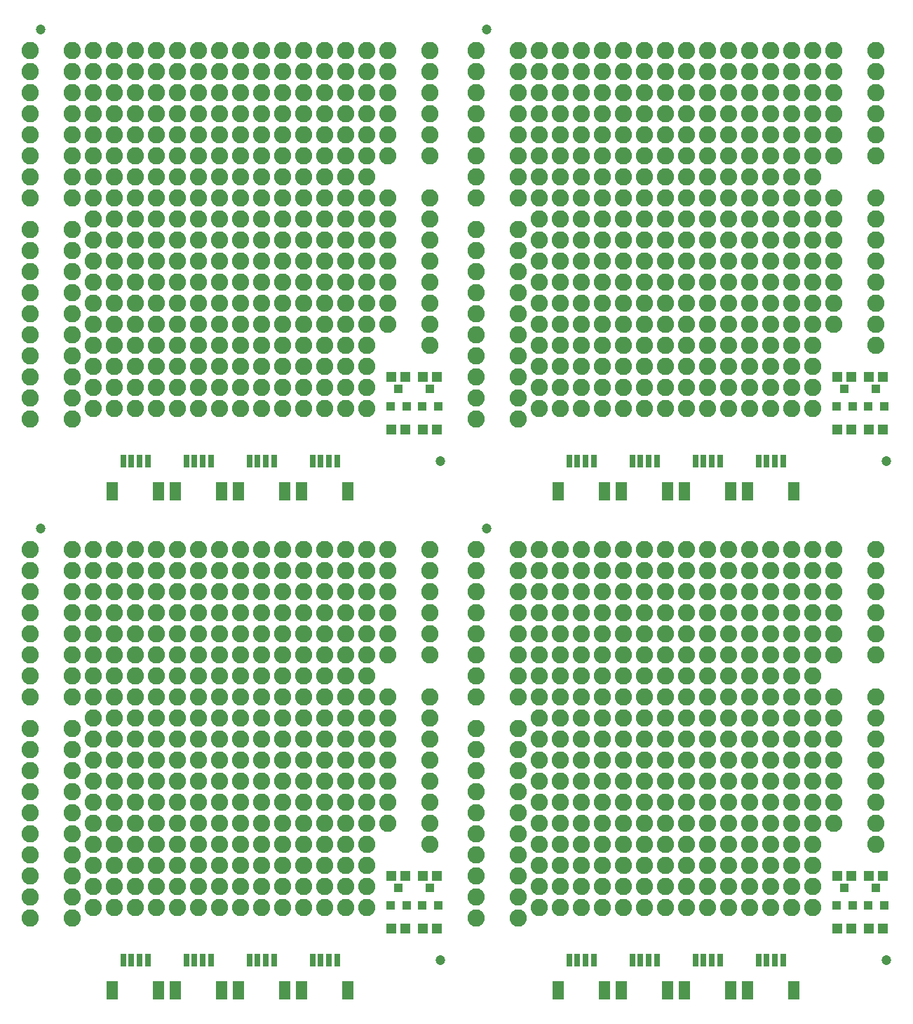
<source format=gts>
G75*
%MOIN*%
%OFA0B0*%
%FSLAX25Y25*%
%IPPOS*%
%LPD*%
%AMOC8*
5,1,8,0,0,1.08239X$1,22.5*
%
%ADD10C,0.08200*%
%ADD11R,0.03950X0.04343*%
%ADD12R,0.05131X0.04737*%
%ADD13C,0.04737*%
%ADD14R,0.05524X0.08674*%
%ADD15R,0.03162X0.06115*%
D10*
X0015000Y0102524D03*
X0015000Y0112524D03*
X0015000Y0122524D03*
X0015000Y0132524D03*
X0015000Y0142524D03*
X0015000Y0152524D03*
X0015000Y0162524D03*
X0015000Y0172524D03*
X0015000Y0182524D03*
X0015000Y0192524D03*
X0015000Y0207524D03*
X0015000Y0217524D03*
X0015000Y0227524D03*
X0015000Y0237524D03*
X0015000Y0247524D03*
X0015000Y0257524D03*
X0015000Y0267524D03*
X0015000Y0277524D03*
X0035000Y0277524D03*
X0035000Y0267524D03*
X0035000Y0257524D03*
X0035000Y0247524D03*
X0035000Y0237524D03*
X0035000Y0227524D03*
X0035000Y0217524D03*
X0035000Y0207524D03*
X0045000Y0207524D03*
X0045000Y0217524D03*
X0045000Y0227524D03*
X0045000Y0237524D03*
X0045000Y0247524D03*
X0045000Y0257524D03*
X0045000Y0267524D03*
X0045000Y0277524D03*
X0055000Y0277524D03*
X0065000Y0277524D03*
X0075000Y0277524D03*
X0075000Y0267524D03*
X0075000Y0257524D03*
X0065000Y0257524D03*
X0065000Y0267524D03*
X0055000Y0267524D03*
X0055000Y0257524D03*
X0055000Y0247524D03*
X0065000Y0247524D03*
X0075000Y0247524D03*
X0075000Y0237524D03*
X0065000Y0237524D03*
X0055000Y0237524D03*
X0055000Y0227524D03*
X0065000Y0227524D03*
X0075000Y0227524D03*
X0075000Y0217524D03*
X0065000Y0217524D03*
X0055000Y0217524D03*
X0055000Y0207524D03*
X0065000Y0207524D03*
X0075000Y0207524D03*
X0075000Y0197524D03*
X0065000Y0197524D03*
X0055000Y0197524D03*
X0045000Y0197524D03*
X0045000Y0187524D03*
X0045000Y0177524D03*
X0055000Y0177524D03*
X0055000Y0187524D03*
X0065000Y0187524D03*
X0065000Y0177524D03*
X0075000Y0177524D03*
X0075000Y0187524D03*
X0085000Y0187524D03*
X0085000Y0177524D03*
X0095000Y0177524D03*
X0095000Y0187524D03*
X0095000Y0197524D03*
X0095000Y0207524D03*
X0095000Y0217524D03*
X0095000Y0227524D03*
X0095000Y0237524D03*
X0095000Y0247524D03*
X0095000Y0257524D03*
X0095000Y0267524D03*
X0095000Y0277524D03*
X0085000Y0277524D03*
X0085000Y0267524D03*
X0085000Y0257524D03*
X0085000Y0247524D03*
X0085000Y0237524D03*
X0085000Y0227524D03*
X0085000Y0217524D03*
X0085000Y0207524D03*
X0085000Y0197524D03*
X0105000Y0197524D03*
X0105000Y0207524D03*
X0105000Y0217524D03*
X0105000Y0227524D03*
X0105000Y0237524D03*
X0105000Y0247524D03*
X0105000Y0257524D03*
X0105000Y0267524D03*
X0105000Y0277524D03*
X0115000Y0277524D03*
X0125000Y0277524D03*
X0135000Y0277524D03*
X0145000Y0277524D03*
X0145000Y0267524D03*
X0145000Y0257524D03*
X0135000Y0257524D03*
X0135000Y0267524D03*
X0125000Y0267524D03*
X0125000Y0257524D03*
X0115000Y0257524D03*
X0115000Y0267524D03*
X0115000Y0247524D03*
X0125000Y0247524D03*
X0135000Y0247524D03*
X0145000Y0247524D03*
X0145000Y0237524D03*
X0135000Y0237524D03*
X0125000Y0237524D03*
X0115000Y0237524D03*
X0115000Y0227524D03*
X0125000Y0227524D03*
X0135000Y0227524D03*
X0145000Y0227524D03*
X0145000Y0217524D03*
X0135000Y0217524D03*
X0125000Y0217524D03*
X0115000Y0217524D03*
X0115000Y0207524D03*
X0125000Y0207524D03*
X0135000Y0207524D03*
X0145000Y0207524D03*
X0145000Y0197524D03*
X0135000Y0197524D03*
X0125000Y0197524D03*
X0115000Y0197524D03*
X0115000Y0187524D03*
X0115000Y0177524D03*
X0125000Y0177524D03*
X0125000Y0187524D03*
X0135000Y0187524D03*
X0135000Y0177524D03*
X0145000Y0177524D03*
X0145000Y0187524D03*
X0155000Y0187524D03*
X0155000Y0177524D03*
X0165000Y0177524D03*
X0165000Y0187524D03*
X0165000Y0197524D03*
X0165000Y0207524D03*
X0165000Y0217524D03*
X0165000Y0227524D03*
X0165000Y0237524D03*
X0165000Y0247524D03*
X0165000Y0257524D03*
X0165000Y0267524D03*
X0165000Y0277524D03*
X0155000Y0277524D03*
X0155000Y0267524D03*
X0155000Y0257524D03*
X0155000Y0247524D03*
X0155000Y0237524D03*
X0155000Y0227524D03*
X0155000Y0217524D03*
X0155000Y0207524D03*
X0155000Y0197524D03*
X0175000Y0197524D03*
X0175000Y0207524D03*
X0175000Y0217524D03*
X0175000Y0227524D03*
X0175000Y0237524D03*
X0175000Y0247524D03*
X0175000Y0257524D03*
X0175000Y0267524D03*
X0175000Y0277524D03*
X0185000Y0277524D03*
X0185000Y0267524D03*
X0185000Y0257524D03*
X0185000Y0247524D03*
X0185000Y0237524D03*
X0185000Y0227524D03*
X0185000Y0207524D03*
X0185000Y0197524D03*
X0185000Y0187524D03*
X0185000Y0177524D03*
X0175000Y0177524D03*
X0175000Y0187524D03*
X0175000Y0167524D03*
X0165000Y0167524D03*
X0155000Y0167524D03*
X0155000Y0157524D03*
X0165000Y0157524D03*
X0175000Y0157524D03*
X0185000Y0157524D03*
X0185000Y0167524D03*
X0185000Y0147524D03*
X0175000Y0147524D03*
X0165000Y0147524D03*
X0155000Y0147524D03*
X0155000Y0137524D03*
X0165000Y0137524D03*
X0175000Y0137524D03*
X0175000Y0127524D03*
X0165000Y0127524D03*
X0155000Y0127524D03*
X0155000Y0117524D03*
X0155000Y0107524D03*
X0165000Y0107524D03*
X0165000Y0117524D03*
X0175000Y0117524D03*
X0175000Y0107524D03*
X0145000Y0107524D03*
X0145000Y0117524D03*
X0145000Y0127524D03*
X0145000Y0137524D03*
X0145000Y0147524D03*
X0145000Y0157524D03*
X0145000Y0167524D03*
X0135000Y0167524D03*
X0125000Y0167524D03*
X0115000Y0167524D03*
X0115000Y0157524D03*
X0125000Y0157524D03*
X0135000Y0157524D03*
X0135000Y0147524D03*
X0125000Y0147524D03*
X0115000Y0147524D03*
X0115000Y0137524D03*
X0125000Y0137524D03*
X0135000Y0137524D03*
X0135000Y0127524D03*
X0125000Y0127524D03*
X0115000Y0127524D03*
X0115000Y0117524D03*
X0115000Y0107524D03*
X0125000Y0107524D03*
X0125000Y0117524D03*
X0135000Y0117524D03*
X0135000Y0107524D03*
X0105000Y0107524D03*
X0105000Y0117524D03*
X0105000Y0127524D03*
X0105000Y0137524D03*
X0105000Y0147524D03*
X0105000Y0157524D03*
X0105000Y0167524D03*
X0105000Y0177524D03*
X0105000Y0187524D03*
X0095000Y0167524D03*
X0085000Y0167524D03*
X0085000Y0157524D03*
X0095000Y0157524D03*
X0095000Y0147524D03*
X0085000Y0147524D03*
X0085000Y0137524D03*
X0095000Y0137524D03*
X0095000Y0127524D03*
X0085000Y0127524D03*
X0085000Y0117524D03*
X0085000Y0107524D03*
X0095000Y0107524D03*
X0095000Y0117524D03*
X0075000Y0117524D03*
X0075000Y0107524D03*
X0065000Y0107524D03*
X0065000Y0117524D03*
X0065000Y0127524D03*
X0065000Y0137524D03*
X0065000Y0147524D03*
X0065000Y0157524D03*
X0065000Y0167524D03*
X0055000Y0167524D03*
X0045000Y0167524D03*
X0045000Y0157524D03*
X0055000Y0157524D03*
X0055000Y0147524D03*
X0045000Y0147524D03*
X0045000Y0137524D03*
X0055000Y0137524D03*
X0055000Y0127524D03*
X0045000Y0127524D03*
X0045000Y0117524D03*
X0045000Y0107524D03*
X0055000Y0107524D03*
X0055000Y0117524D03*
X0075000Y0127524D03*
X0075000Y0137524D03*
X0075000Y0147524D03*
X0075000Y0157524D03*
X0075000Y0167524D03*
X0035000Y0172524D03*
X0035000Y0182524D03*
X0035000Y0192524D03*
X0035000Y0162524D03*
X0035000Y0152524D03*
X0035000Y0142524D03*
X0035000Y0132524D03*
X0035000Y0122524D03*
X0035000Y0112524D03*
X0035000Y0102524D03*
X0205000Y0137524D03*
X0205000Y0147524D03*
X0205000Y0157524D03*
X0205000Y0167524D03*
X0205000Y0177524D03*
X0205000Y0187524D03*
X0205000Y0197524D03*
X0205000Y0207524D03*
X0205000Y0227524D03*
X0205000Y0237524D03*
X0205000Y0247524D03*
X0205000Y0257524D03*
X0205000Y0267524D03*
X0205000Y0277524D03*
X0227000Y0277524D03*
X0227000Y0267524D03*
X0227000Y0257524D03*
X0227000Y0247524D03*
X0227000Y0237524D03*
X0227000Y0227524D03*
X0227000Y0217524D03*
X0227000Y0207524D03*
X0227000Y0192524D03*
X0227000Y0182524D03*
X0227000Y0172524D03*
X0227000Y0162524D03*
X0227000Y0152524D03*
X0227000Y0142524D03*
X0227000Y0132524D03*
X0227000Y0122524D03*
X0227000Y0112524D03*
X0227000Y0102524D03*
X0247000Y0102524D03*
X0247000Y0112524D03*
X0247000Y0122524D03*
X0247000Y0132524D03*
X0247000Y0142524D03*
X0247000Y0152524D03*
X0247000Y0162524D03*
X0247000Y0172524D03*
X0247000Y0182524D03*
X0247000Y0192524D03*
X0257000Y0197524D03*
X0257000Y0207524D03*
X0257000Y0217524D03*
X0257000Y0227524D03*
X0257000Y0237524D03*
X0257000Y0247524D03*
X0257000Y0257524D03*
X0257000Y0267524D03*
X0257000Y0277524D03*
X0267000Y0277524D03*
X0277000Y0277524D03*
X0287000Y0277524D03*
X0287000Y0267524D03*
X0287000Y0257524D03*
X0277000Y0257524D03*
X0277000Y0267524D03*
X0267000Y0267524D03*
X0267000Y0257524D03*
X0267000Y0247524D03*
X0277000Y0247524D03*
X0287000Y0247524D03*
X0287000Y0237524D03*
X0277000Y0237524D03*
X0267000Y0237524D03*
X0267000Y0227524D03*
X0277000Y0227524D03*
X0287000Y0227524D03*
X0287000Y0217524D03*
X0277000Y0217524D03*
X0267000Y0217524D03*
X0267000Y0207524D03*
X0277000Y0207524D03*
X0287000Y0207524D03*
X0287000Y0197524D03*
X0277000Y0197524D03*
X0267000Y0197524D03*
X0267000Y0187524D03*
X0267000Y0177524D03*
X0257000Y0177524D03*
X0257000Y0187524D03*
X0257000Y0167524D03*
X0267000Y0167524D03*
X0277000Y0167524D03*
X0277000Y0177524D03*
X0277000Y0187524D03*
X0287000Y0187524D03*
X0287000Y0177524D03*
X0287000Y0167524D03*
X0287000Y0157524D03*
X0277000Y0157524D03*
X0267000Y0157524D03*
X0257000Y0157524D03*
X0257000Y0147524D03*
X0267000Y0147524D03*
X0277000Y0147524D03*
X0287000Y0147524D03*
X0287000Y0137524D03*
X0277000Y0137524D03*
X0267000Y0137524D03*
X0257000Y0137524D03*
X0257000Y0127524D03*
X0267000Y0127524D03*
X0277000Y0127524D03*
X0287000Y0127524D03*
X0287000Y0117524D03*
X0287000Y0107524D03*
X0277000Y0107524D03*
X0277000Y0117524D03*
X0267000Y0117524D03*
X0267000Y0107524D03*
X0257000Y0107524D03*
X0257000Y0117524D03*
X0297000Y0117524D03*
X0297000Y0107524D03*
X0307000Y0107524D03*
X0307000Y0117524D03*
X0307000Y0127524D03*
X0307000Y0137524D03*
X0307000Y0147524D03*
X0307000Y0157524D03*
X0307000Y0167524D03*
X0307000Y0177524D03*
X0307000Y0187524D03*
X0307000Y0197524D03*
X0307000Y0207524D03*
X0307000Y0217524D03*
X0307000Y0227524D03*
X0307000Y0237524D03*
X0307000Y0247524D03*
X0307000Y0257524D03*
X0307000Y0267524D03*
X0307000Y0277524D03*
X0297000Y0277524D03*
X0297000Y0267524D03*
X0297000Y0257524D03*
X0297000Y0247524D03*
X0297000Y0237524D03*
X0297000Y0227524D03*
X0297000Y0217524D03*
X0297000Y0207524D03*
X0297000Y0197524D03*
X0297000Y0187524D03*
X0297000Y0177524D03*
X0297000Y0167524D03*
X0297000Y0157524D03*
X0297000Y0147524D03*
X0297000Y0137524D03*
X0297000Y0127524D03*
X0317000Y0127524D03*
X0317000Y0137524D03*
X0317000Y0147524D03*
X0317000Y0157524D03*
X0317000Y0167524D03*
X0317000Y0177524D03*
X0317000Y0187524D03*
X0317000Y0197524D03*
X0317000Y0207524D03*
X0317000Y0217524D03*
X0317000Y0227524D03*
X0317000Y0237524D03*
X0317000Y0247524D03*
X0317000Y0257524D03*
X0317000Y0267524D03*
X0317000Y0277524D03*
X0327000Y0277524D03*
X0337000Y0277524D03*
X0347000Y0277524D03*
X0357000Y0277524D03*
X0357000Y0267524D03*
X0357000Y0257524D03*
X0347000Y0257524D03*
X0347000Y0267524D03*
X0337000Y0267524D03*
X0337000Y0257524D03*
X0327000Y0257524D03*
X0327000Y0267524D03*
X0327000Y0247524D03*
X0337000Y0247524D03*
X0347000Y0247524D03*
X0357000Y0247524D03*
X0357000Y0237524D03*
X0347000Y0237524D03*
X0337000Y0237524D03*
X0327000Y0237524D03*
X0327000Y0227524D03*
X0337000Y0227524D03*
X0347000Y0227524D03*
X0357000Y0227524D03*
X0357000Y0217524D03*
X0347000Y0217524D03*
X0337000Y0217524D03*
X0327000Y0217524D03*
X0327000Y0207524D03*
X0337000Y0207524D03*
X0347000Y0207524D03*
X0357000Y0207524D03*
X0357000Y0197524D03*
X0347000Y0197524D03*
X0337000Y0197524D03*
X0327000Y0197524D03*
X0327000Y0187524D03*
X0327000Y0177524D03*
X0337000Y0177524D03*
X0337000Y0187524D03*
X0347000Y0187524D03*
X0347000Y0177524D03*
X0357000Y0177524D03*
X0357000Y0187524D03*
X0367000Y0187524D03*
X0367000Y0177524D03*
X0377000Y0177524D03*
X0377000Y0187524D03*
X0377000Y0197524D03*
X0377000Y0207524D03*
X0377000Y0217524D03*
X0377000Y0227524D03*
X0377000Y0237524D03*
X0377000Y0247524D03*
X0377000Y0257524D03*
X0377000Y0267524D03*
X0377000Y0277524D03*
X0367000Y0277524D03*
X0367000Y0267524D03*
X0367000Y0257524D03*
X0367000Y0247524D03*
X0367000Y0237524D03*
X0367000Y0227524D03*
X0367000Y0217524D03*
X0367000Y0207524D03*
X0367000Y0197524D03*
X0387000Y0197524D03*
X0387000Y0207524D03*
X0387000Y0217524D03*
X0387000Y0227524D03*
X0387000Y0237524D03*
X0387000Y0247524D03*
X0387000Y0257524D03*
X0387000Y0267524D03*
X0387000Y0277524D03*
X0397000Y0277524D03*
X0397000Y0267524D03*
X0397000Y0257524D03*
X0397000Y0247524D03*
X0397000Y0237524D03*
X0397000Y0227524D03*
X0397000Y0207524D03*
X0397000Y0197524D03*
X0397000Y0187524D03*
X0397000Y0177524D03*
X0387000Y0177524D03*
X0387000Y0187524D03*
X0387000Y0167524D03*
X0377000Y0167524D03*
X0367000Y0167524D03*
X0367000Y0157524D03*
X0377000Y0157524D03*
X0387000Y0157524D03*
X0397000Y0157524D03*
X0397000Y0167524D03*
X0397000Y0147524D03*
X0387000Y0147524D03*
X0377000Y0147524D03*
X0367000Y0147524D03*
X0367000Y0137524D03*
X0377000Y0137524D03*
X0387000Y0137524D03*
X0387000Y0127524D03*
X0377000Y0127524D03*
X0367000Y0127524D03*
X0367000Y0117524D03*
X0367000Y0107524D03*
X0377000Y0107524D03*
X0377000Y0117524D03*
X0387000Y0117524D03*
X0387000Y0107524D03*
X0357000Y0107524D03*
X0357000Y0117524D03*
X0357000Y0127524D03*
X0357000Y0137524D03*
X0357000Y0147524D03*
X0357000Y0157524D03*
X0357000Y0167524D03*
X0347000Y0167524D03*
X0337000Y0167524D03*
X0327000Y0167524D03*
X0327000Y0157524D03*
X0337000Y0157524D03*
X0347000Y0157524D03*
X0347000Y0147524D03*
X0337000Y0147524D03*
X0327000Y0147524D03*
X0327000Y0137524D03*
X0337000Y0137524D03*
X0347000Y0137524D03*
X0347000Y0127524D03*
X0337000Y0127524D03*
X0327000Y0127524D03*
X0327000Y0117524D03*
X0327000Y0107524D03*
X0337000Y0107524D03*
X0337000Y0117524D03*
X0347000Y0117524D03*
X0347000Y0107524D03*
X0317000Y0107524D03*
X0317000Y0117524D03*
X0247000Y0207524D03*
X0247000Y0217524D03*
X0247000Y0227524D03*
X0247000Y0237524D03*
X0247000Y0247524D03*
X0247000Y0257524D03*
X0247000Y0267524D03*
X0247000Y0277524D03*
X0247000Y0339524D03*
X0247000Y0349524D03*
X0247000Y0359524D03*
X0247000Y0369524D03*
X0247000Y0379524D03*
X0247000Y0389524D03*
X0247000Y0399524D03*
X0247000Y0409524D03*
X0247000Y0419524D03*
X0247000Y0429524D03*
X0247000Y0444524D03*
X0247000Y0454524D03*
X0247000Y0464524D03*
X0247000Y0474524D03*
X0247000Y0484524D03*
X0247000Y0494524D03*
X0247000Y0504524D03*
X0247000Y0514524D03*
X0257000Y0514524D03*
X0257000Y0504524D03*
X0267000Y0504524D03*
X0267000Y0514524D03*
X0277000Y0514524D03*
X0277000Y0504524D03*
X0287000Y0504524D03*
X0287000Y0514524D03*
X0297000Y0514524D03*
X0297000Y0504524D03*
X0307000Y0504524D03*
X0307000Y0514524D03*
X0317000Y0514524D03*
X0317000Y0504524D03*
X0317000Y0494524D03*
X0307000Y0494524D03*
X0297000Y0494524D03*
X0297000Y0484524D03*
X0307000Y0484524D03*
X0317000Y0484524D03*
X0317000Y0474524D03*
X0307000Y0474524D03*
X0297000Y0474524D03*
X0297000Y0464524D03*
X0307000Y0464524D03*
X0317000Y0464524D03*
X0317000Y0454524D03*
X0307000Y0454524D03*
X0297000Y0454524D03*
X0297000Y0444524D03*
X0297000Y0434524D03*
X0307000Y0434524D03*
X0307000Y0444524D03*
X0317000Y0444524D03*
X0317000Y0434524D03*
X0317000Y0424524D03*
X0307000Y0424524D03*
X0297000Y0424524D03*
X0297000Y0414524D03*
X0307000Y0414524D03*
X0317000Y0414524D03*
X0317000Y0404524D03*
X0307000Y0404524D03*
X0297000Y0404524D03*
X0297000Y0394524D03*
X0307000Y0394524D03*
X0317000Y0394524D03*
X0317000Y0384524D03*
X0307000Y0384524D03*
X0297000Y0384524D03*
X0297000Y0374524D03*
X0297000Y0364524D03*
X0307000Y0364524D03*
X0307000Y0374524D03*
X0317000Y0374524D03*
X0317000Y0364524D03*
X0317000Y0354524D03*
X0307000Y0354524D03*
X0297000Y0354524D03*
X0297000Y0344524D03*
X0307000Y0344524D03*
X0317000Y0344524D03*
X0327000Y0344524D03*
X0327000Y0354524D03*
X0327000Y0364524D03*
X0327000Y0374524D03*
X0327000Y0384524D03*
X0327000Y0394524D03*
X0327000Y0404524D03*
X0327000Y0414524D03*
X0327000Y0424524D03*
X0327000Y0434524D03*
X0327000Y0444524D03*
X0327000Y0454524D03*
X0327000Y0464524D03*
X0327000Y0474524D03*
X0327000Y0484524D03*
X0327000Y0494524D03*
X0327000Y0504524D03*
X0327000Y0514524D03*
X0337000Y0514524D03*
X0337000Y0504524D03*
X0347000Y0504524D03*
X0347000Y0514524D03*
X0357000Y0514524D03*
X0357000Y0504524D03*
X0357000Y0494524D03*
X0347000Y0494524D03*
X0337000Y0494524D03*
X0337000Y0484524D03*
X0347000Y0484524D03*
X0357000Y0484524D03*
X0357000Y0474524D03*
X0347000Y0474524D03*
X0337000Y0474524D03*
X0337000Y0464524D03*
X0347000Y0464524D03*
X0357000Y0464524D03*
X0357000Y0454524D03*
X0347000Y0454524D03*
X0337000Y0454524D03*
X0337000Y0444524D03*
X0337000Y0434524D03*
X0347000Y0434524D03*
X0347000Y0444524D03*
X0357000Y0444524D03*
X0357000Y0434524D03*
X0357000Y0424524D03*
X0347000Y0424524D03*
X0337000Y0424524D03*
X0337000Y0414524D03*
X0347000Y0414524D03*
X0357000Y0414524D03*
X0357000Y0404524D03*
X0347000Y0404524D03*
X0337000Y0404524D03*
X0337000Y0394524D03*
X0347000Y0394524D03*
X0357000Y0394524D03*
X0357000Y0384524D03*
X0347000Y0384524D03*
X0337000Y0384524D03*
X0337000Y0374524D03*
X0337000Y0364524D03*
X0347000Y0364524D03*
X0347000Y0374524D03*
X0357000Y0374524D03*
X0357000Y0364524D03*
X0357000Y0354524D03*
X0347000Y0354524D03*
X0337000Y0354524D03*
X0337000Y0344524D03*
X0347000Y0344524D03*
X0357000Y0344524D03*
X0367000Y0344524D03*
X0367000Y0354524D03*
X0367000Y0364524D03*
X0367000Y0374524D03*
X0367000Y0384524D03*
X0367000Y0394524D03*
X0367000Y0404524D03*
X0367000Y0414524D03*
X0367000Y0424524D03*
X0367000Y0434524D03*
X0367000Y0444524D03*
X0367000Y0454524D03*
X0367000Y0464524D03*
X0367000Y0474524D03*
X0367000Y0484524D03*
X0367000Y0494524D03*
X0367000Y0504524D03*
X0367000Y0514524D03*
X0377000Y0514524D03*
X0377000Y0504524D03*
X0387000Y0504524D03*
X0387000Y0514524D03*
X0397000Y0514524D03*
X0397000Y0504524D03*
X0397000Y0494524D03*
X0387000Y0494524D03*
X0377000Y0494524D03*
X0377000Y0484524D03*
X0387000Y0484524D03*
X0397000Y0484524D03*
X0397000Y0474524D03*
X0387000Y0474524D03*
X0377000Y0474524D03*
X0377000Y0464524D03*
X0387000Y0464524D03*
X0397000Y0464524D03*
X0387000Y0454524D03*
X0377000Y0454524D03*
X0377000Y0444524D03*
X0377000Y0434524D03*
X0387000Y0434524D03*
X0387000Y0444524D03*
X0397000Y0444524D03*
X0397000Y0434524D03*
X0397000Y0424524D03*
X0387000Y0424524D03*
X0377000Y0424524D03*
X0377000Y0414524D03*
X0387000Y0414524D03*
X0397000Y0414524D03*
X0397000Y0404524D03*
X0387000Y0404524D03*
X0377000Y0404524D03*
X0377000Y0394524D03*
X0387000Y0394524D03*
X0397000Y0394524D03*
X0397000Y0384524D03*
X0387000Y0384524D03*
X0377000Y0384524D03*
X0377000Y0374524D03*
X0377000Y0364524D03*
X0387000Y0364524D03*
X0387000Y0374524D03*
X0387000Y0354524D03*
X0377000Y0354524D03*
X0377000Y0344524D03*
X0387000Y0344524D03*
X0417000Y0374524D03*
X0417000Y0384524D03*
X0417000Y0394524D03*
X0417000Y0404524D03*
X0417000Y0414524D03*
X0417000Y0424524D03*
X0417000Y0434524D03*
X0417000Y0444524D03*
X0417000Y0464524D03*
X0417000Y0474524D03*
X0417000Y0484524D03*
X0417000Y0494524D03*
X0417000Y0504524D03*
X0417000Y0514524D03*
X0287000Y0494524D03*
X0277000Y0494524D03*
X0267000Y0494524D03*
X0257000Y0494524D03*
X0257000Y0484524D03*
X0267000Y0484524D03*
X0277000Y0484524D03*
X0287000Y0484524D03*
X0287000Y0474524D03*
X0277000Y0474524D03*
X0267000Y0474524D03*
X0257000Y0474524D03*
X0257000Y0464524D03*
X0267000Y0464524D03*
X0277000Y0464524D03*
X0287000Y0464524D03*
X0287000Y0454524D03*
X0277000Y0454524D03*
X0267000Y0454524D03*
X0257000Y0454524D03*
X0257000Y0444524D03*
X0257000Y0434524D03*
X0267000Y0434524D03*
X0267000Y0444524D03*
X0277000Y0444524D03*
X0277000Y0434524D03*
X0287000Y0434524D03*
X0287000Y0444524D03*
X0287000Y0424524D03*
X0277000Y0424524D03*
X0267000Y0424524D03*
X0257000Y0424524D03*
X0257000Y0414524D03*
X0267000Y0414524D03*
X0277000Y0414524D03*
X0287000Y0414524D03*
X0287000Y0404524D03*
X0277000Y0404524D03*
X0267000Y0404524D03*
X0257000Y0404524D03*
X0257000Y0394524D03*
X0267000Y0394524D03*
X0277000Y0394524D03*
X0287000Y0394524D03*
X0287000Y0384524D03*
X0277000Y0384524D03*
X0267000Y0384524D03*
X0257000Y0384524D03*
X0257000Y0374524D03*
X0257000Y0364524D03*
X0267000Y0364524D03*
X0267000Y0374524D03*
X0277000Y0374524D03*
X0277000Y0364524D03*
X0287000Y0364524D03*
X0287000Y0374524D03*
X0287000Y0354524D03*
X0277000Y0354524D03*
X0267000Y0354524D03*
X0257000Y0354524D03*
X0257000Y0344524D03*
X0267000Y0344524D03*
X0277000Y0344524D03*
X0287000Y0344524D03*
X0227000Y0349524D03*
X0227000Y0359524D03*
X0227000Y0369524D03*
X0227000Y0379524D03*
X0227000Y0389524D03*
X0227000Y0399524D03*
X0227000Y0409524D03*
X0227000Y0419524D03*
X0227000Y0429524D03*
X0227000Y0444524D03*
X0227000Y0454524D03*
X0227000Y0464524D03*
X0227000Y0474524D03*
X0227000Y0484524D03*
X0227000Y0494524D03*
X0227000Y0504524D03*
X0227000Y0514524D03*
X0205000Y0514524D03*
X0205000Y0504524D03*
X0205000Y0494524D03*
X0205000Y0484524D03*
X0205000Y0474524D03*
X0205000Y0464524D03*
X0205000Y0444524D03*
X0205000Y0434524D03*
X0205000Y0424524D03*
X0205000Y0414524D03*
X0205000Y0404524D03*
X0205000Y0394524D03*
X0205000Y0384524D03*
X0205000Y0374524D03*
X0185000Y0384524D03*
X0185000Y0394524D03*
X0185000Y0404524D03*
X0185000Y0414524D03*
X0185000Y0424524D03*
X0185000Y0434524D03*
X0185000Y0444524D03*
X0175000Y0444524D03*
X0175000Y0434524D03*
X0165000Y0434524D03*
X0165000Y0444524D03*
X0165000Y0454524D03*
X0165000Y0464524D03*
X0165000Y0474524D03*
X0165000Y0484524D03*
X0165000Y0494524D03*
X0165000Y0504524D03*
X0165000Y0514524D03*
X0155000Y0514524D03*
X0155000Y0504524D03*
X0155000Y0494524D03*
X0155000Y0484524D03*
X0155000Y0474524D03*
X0155000Y0464524D03*
X0155000Y0454524D03*
X0155000Y0444524D03*
X0155000Y0434524D03*
X0155000Y0424524D03*
X0165000Y0424524D03*
X0175000Y0424524D03*
X0175000Y0414524D03*
X0165000Y0414524D03*
X0155000Y0414524D03*
X0155000Y0404524D03*
X0165000Y0404524D03*
X0175000Y0404524D03*
X0175000Y0394524D03*
X0165000Y0394524D03*
X0155000Y0394524D03*
X0155000Y0384524D03*
X0165000Y0384524D03*
X0175000Y0384524D03*
X0175000Y0374524D03*
X0175000Y0364524D03*
X0165000Y0364524D03*
X0165000Y0374524D03*
X0155000Y0374524D03*
X0155000Y0364524D03*
X0155000Y0354524D03*
X0165000Y0354524D03*
X0175000Y0354524D03*
X0175000Y0344524D03*
X0165000Y0344524D03*
X0155000Y0344524D03*
X0145000Y0344524D03*
X0145000Y0354524D03*
X0145000Y0364524D03*
X0145000Y0374524D03*
X0145000Y0384524D03*
X0145000Y0394524D03*
X0145000Y0404524D03*
X0145000Y0414524D03*
X0145000Y0424524D03*
X0145000Y0434524D03*
X0145000Y0444524D03*
X0145000Y0454524D03*
X0145000Y0464524D03*
X0145000Y0474524D03*
X0145000Y0484524D03*
X0145000Y0494524D03*
X0145000Y0504524D03*
X0145000Y0514524D03*
X0135000Y0514524D03*
X0135000Y0504524D03*
X0125000Y0504524D03*
X0125000Y0514524D03*
X0115000Y0514524D03*
X0115000Y0504524D03*
X0115000Y0494524D03*
X0125000Y0494524D03*
X0135000Y0494524D03*
X0135000Y0484524D03*
X0125000Y0484524D03*
X0115000Y0484524D03*
X0115000Y0474524D03*
X0125000Y0474524D03*
X0135000Y0474524D03*
X0135000Y0464524D03*
X0125000Y0464524D03*
X0115000Y0464524D03*
X0115000Y0454524D03*
X0125000Y0454524D03*
X0135000Y0454524D03*
X0135000Y0444524D03*
X0135000Y0434524D03*
X0125000Y0434524D03*
X0125000Y0444524D03*
X0115000Y0444524D03*
X0115000Y0434524D03*
X0115000Y0424524D03*
X0125000Y0424524D03*
X0135000Y0424524D03*
X0135000Y0414524D03*
X0125000Y0414524D03*
X0115000Y0414524D03*
X0115000Y0404524D03*
X0125000Y0404524D03*
X0135000Y0404524D03*
X0135000Y0394524D03*
X0125000Y0394524D03*
X0115000Y0394524D03*
X0115000Y0384524D03*
X0125000Y0384524D03*
X0135000Y0384524D03*
X0135000Y0374524D03*
X0135000Y0364524D03*
X0125000Y0364524D03*
X0125000Y0374524D03*
X0115000Y0374524D03*
X0115000Y0364524D03*
X0115000Y0354524D03*
X0125000Y0354524D03*
X0135000Y0354524D03*
X0135000Y0344524D03*
X0125000Y0344524D03*
X0115000Y0344524D03*
X0105000Y0344524D03*
X0105000Y0354524D03*
X0105000Y0364524D03*
X0105000Y0374524D03*
X0105000Y0384524D03*
X0105000Y0394524D03*
X0105000Y0404524D03*
X0105000Y0414524D03*
X0105000Y0424524D03*
X0105000Y0434524D03*
X0105000Y0444524D03*
X0105000Y0454524D03*
X0105000Y0464524D03*
X0105000Y0474524D03*
X0105000Y0484524D03*
X0105000Y0494524D03*
X0105000Y0504524D03*
X0105000Y0514524D03*
X0095000Y0514524D03*
X0095000Y0504524D03*
X0085000Y0504524D03*
X0085000Y0514524D03*
X0075000Y0514524D03*
X0075000Y0504524D03*
X0065000Y0504524D03*
X0065000Y0514524D03*
X0055000Y0514524D03*
X0055000Y0504524D03*
X0045000Y0504524D03*
X0045000Y0514524D03*
X0035000Y0514524D03*
X0035000Y0504524D03*
X0035000Y0494524D03*
X0035000Y0484524D03*
X0035000Y0474524D03*
X0035000Y0464524D03*
X0035000Y0454524D03*
X0035000Y0444524D03*
X0035000Y0429524D03*
X0035000Y0419524D03*
X0035000Y0409524D03*
X0035000Y0399524D03*
X0035000Y0389524D03*
X0035000Y0379524D03*
X0035000Y0369524D03*
X0035000Y0359524D03*
X0035000Y0349524D03*
X0035000Y0339524D03*
X0045000Y0344524D03*
X0045000Y0354524D03*
X0045000Y0364524D03*
X0045000Y0374524D03*
X0045000Y0384524D03*
X0045000Y0394524D03*
X0045000Y0404524D03*
X0045000Y0414524D03*
X0045000Y0424524D03*
X0045000Y0434524D03*
X0045000Y0444524D03*
X0045000Y0454524D03*
X0045000Y0464524D03*
X0045000Y0474524D03*
X0045000Y0484524D03*
X0045000Y0494524D03*
X0055000Y0494524D03*
X0065000Y0494524D03*
X0075000Y0494524D03*
X0075000Y0484524D03*
X0065000Y0484524D03*
X0055000Y0484524D03*
X0055000Y0474524D03*
X0065000Y0474524D03*
X0075000Y0474524D03*
X0075000Y0464524D03*
X0065000Y0464524D03*
X0055000Y0464524D03*
X0055000Y0454524D03*
X0065000Y0454524D03*
X0075000Y0454524D03*
X0075000Y0444524D03*
X0075000Y0434524D03*
X0065000Y0434524D03*
X0065000Y0444524D03*
X0055000Y0444524D03*
X0055000Y0434524D03*
X0055000Y0424524D03*
X0065000Y0424524D03*
X0075000Y0424524D03*
X0075000Y0414524D03*
X0065000Y0414524D03*
X0055000Y0414524D03*
X0055000Y0404524D03*
X0065000Y0404524D03*
X0075000Y0404524D03*
X0075000Y0394524D03*
X0065000Y0394524D03*
X0055000Y0394524D03*
X0055000Y0384524D03*
X0065000Y0384524D03*
X0075000Y0384524D03*
X0075000Y0374524D03*
X0075000Y0364524D03*
X0065000Y0364524D03*
X0065000Y0374524D03*
X0055000Y0374524D03*
X0055000Y0364524D03*
X0055000Y0354524D03*
X0065000Y0354524D03*
X0075000Y0354524D03*
X0075000Y0344524D03*
X0065000Y0344524D03*
X0055000Y0344524D03*
X0085000Y0344524D03*
X0085000Y0354524D03*
X0085000Y0364524D03*
X0085000Y0374524D03*
X0085000Y0384524D03*
X0085000Y0394524D03*
X0085000Y0404524D03*
X0085000Y0414524D03*
X0085000Y0424524D03*
X0085000Y0434524D03*
X0085000Y0444524D03*
X0085000Y0454524D03*
X0085000Y0464524D03*
X0085000Y0474524D03*
X0085000Y0484524D03*
X0085000Y0494524D03*
X0095000Y0494524D03*
X0095000Y0484524D03*
X0095000Y0474524D03*
X0095000Y0464524D03*
X0095000Y0454524D03*
X0095000Y0444524D03*
X0095000Y0434524D03*
X0095000Y0424524D03*
X0095000Y0414524D03*
X0095000Y0404524D03*
X0095000Y0394524D03*
X0095000Y0384524D03*
X0095000Y0374524D03*
X0095000Y0364524D03*
X0095000Y0354524D03*
X0095000Y0344524D03*
X0015000Y0349524D03*
X0015000Y0359524D03*
X0015000Y0369524D03*
X0015000Y0379524D03*
X0015000Y0389524D03*
X0015000Y0399524D03*
X0015000Y0409524D03*
X0015000Y0419524D03*
X0015000Y0429524D03*
X0015000Y0444524D03*
X0015000Y0454524D03*
X0015000Y0464524D03*
X0015000Y0474524D03*
X0015000Y0484524D03*
X0015000Y0494524D03*
X0015000Y0504524D03*
X0015000Y0514524D03*
X0015000Y0339524D03*
X0175000Y0454524D03*
X0175000Y0464524D03*
X0175000Y0474524D03*
X0175000Y0484524D03*
X0175000Y0494524D03*
X0175000Y0504524D03*
X0175000Y0514524D03*
X0185000Y0514524D03*
X0185000Y0504524D03*
X0185000Y0494524D03*
X0185000Y0484524D03*
X0185000Y0474524D03*
X0185000Y0464524D03*
X0227000Y0339524D03*
X0417000Y0277524D03*
X0417000Y0267524D03*
X0417000Y0257524D03*
X0417000Y0247524D03*
X0417000Y0237524D03*
X0417000Y0227524D03*
X0417000Y0207524D03*
X0417000Y0197524D03*
X0417000Y0187524D03*
X0417000Y0177524D03*
X0417000Y0167524D03*
X0417000Y0157524D03*
X0417000Y0147524D03*
X0417000Y0137524D03*
D11*
X0417000Y0116854D03*
X0413260Y0108587D03*
X0420740Y0108587D03*
X0405740Y0108587D03*
X0398260Y0108587D03*
X0402000Y0116854D03*
X0398260Y0345587D03*
X0405740Y0345587D03*
X0413260Y0345587D03*
X0420740Y0345587D03*
X0417000Y0353854D03*
X0402000Y0353854D03*
X0208740Y0345587D03*
X0201260Y0345587D03*
X0193740Y0345587D03*
X0186260Y0345587D03*
X0190000Y0353854D03*
X0205000Y0353854D03*
X0205000Y0116854D03*
X0201260Y0108587D03*
X0208740Y0108587D03*
X0193740Y0108587D03*
X0186260Y0108587D03*
X0190000Y0116854D03*
D12*
X0186654Y0122524D03*
X0193346Y0122524D03*
X0201654Y0122524D03*
X0208346Y0122524D03*
X0208346Y0097524D03*
X0201654Y0097524D03*
X0193346Y0097524D03*
X0186654Y0097524D03*
X0186654Y0334524D03*
X0193346Y0334524D03*
X0201654Y0334524D03*
X0208346Y0334524D03*
X0208346Y0359524D03*
X0201654Y0359524D03*
X0193346Y0359524D03*
X0186654Y0359524D03*
X0398654Y0359524D03*
X0405346Y0359524D03*
X0413654Y0359524D03*
X0420346Y0359524D03*
X0420346Y0334524D03*
X0413654Y0334524D03*
X0405346Y0334524D03*
X0398654Y0334524D03*
X0398654Y0122524D03*
X0405346Y0122524D03*
X0413654Y0122524D03*
X0420346Y0122524D03*
X0420346Y0097524D03*
X0413654Y0097524D03*
X0405346Y0097524D03*
X0398654Y0097524D03*
D13*
X0422000Y0082524D03*
X0232000Y0287524D03*
X0210000Y0319524D03*
X0232000Y0524524D03*
X0422000Y0319524D03*
X0210000Y0082524D03*
X0020000Y0287524D03*
X0020000Y0524524D03*
D14*
X0053976Y0068055D03*
X0076024Y0068055D03*
X0083976Y0068055D03*
X0106024Y0068055D03*
X0113976Y0068055D03*
X0136024Y0068055D03*
X0143976Y0068055D03*
X0166024Y0068055D03*
X0265976Y0068055D03*
X0288024Y0068055D03*
X0295976Y0068055D03*
X0318024Y0068055D03*
X0325976Y0068055D03*
X0348024Y0068055D03*
X0355976Y0068055D03*
X0378024Y0068055D03*
X0378024Y0305055D03*
X0355976Y0305055D03*
X0348024Y0305055D03*
X0325976Y0305055D03*
X0318024Y0305055D03*
X0295976Y0305055D03*
X0288024Y0305055D03*
X0265976Y0305055D03*
X0166024Y0305055D03*
X0143976Y0305055D03*
X0136024Y0305055D03*
X0113976Y0305055D03*
X0106024Y0305055D03*
X0083976Y0305055D03*
X0076024Y0305055D03*
X0053976Y0305055D03*
D15*
X0059094Y0319524D03*
X0063031Y0319524D03*
X0066969Y0319524D03*
X0070906Y0319524D03*
X0089094Y0319524D03*
X0093031Y0319524D03*
X0096969Y0319524D03*
X0100906Y0319524D03*
X0119094Y0319524D03*
X0123031Y0319524D03*
X0126969Y0319524D03*
X0130906Y0319524D03*
X0149094Y0319524D03*
X0153031Y0319524D03*
X0156969Y0319524D03*
X0160906Y0319524D03*
X0271094Y0319524D03*
X0275031Y0319524D03*
X0278969Y0319524D03*
X0282906Y0319524D03*
X0301094Y0319524D03*
X0305031Y0319524D03*
X0308969Y0319524D03*
X0312906Y0319524D03*
X0331094Y0319524D03*
X0335031Y0319524D03*
X0338969Y0319524D03*
X0342906Y0319524D03*
X0361094Y0319524D03*
X0365031Y0319524D03*
X0368969Y0319524D03*
X0372906Y0319524D03*
X0372906Y0082524D03*
X0368969Y0082524D03*
X0365031Y0082524D03*
X0361094Y0082524D03*
X0342906Y0082524D03*
X0338969Y0082524D03*
X0335031Y0082524D03*
X0331094Y0082524D03*
X0312906Y0082524D03*
X0308969Y0082524D03*
X0305031Y0082524D03*
X0301094Y0082524D03*
X0282906Y0082524D03*
X0278969Y0082524D03*
X0275031Y0082524D03*
X0271094Y0082524D03*
X0160906Y0082524D03*
X0156969Y0082524D03*
X0153031Y0082524D03*
X0149094Y0082524D03*
X0130906Y0082524D03*
X0126969Y0082524D03*
X0123031Y0082524D03*
X0119094Y0082524D03*
X0100906Y0082524D03*
X0096969Y0082524D03*
X0093031Y0082524D03*
X0089094Y0082524D03*
X0070906Y0082524D03*
X0066969Y0082524D03*
X0063031Y0082524D03*
X0059094Y0082524D03*
M02*

</source>
